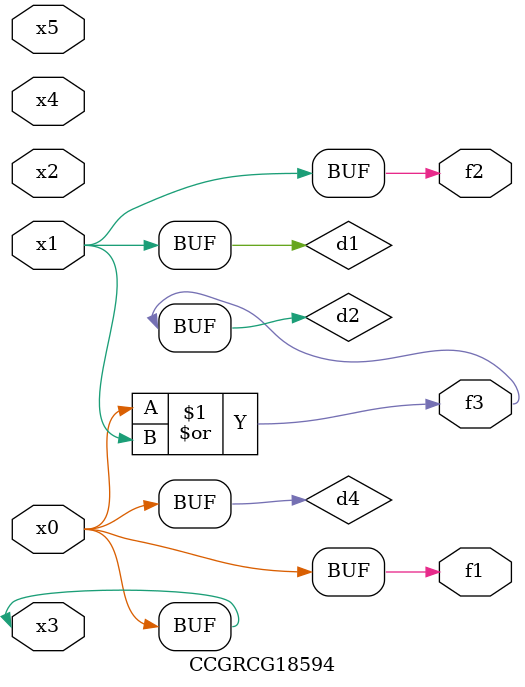
<source format=v>
module CCGRCG18594(
	input x0, x1, x2, x3, x4, x5,
	output f1, f2, f3
);

	wire d1, d2, d3, d4;

	and (d1, x1);
	or (d2, x0, x1);
	nand (d3, x0, x5);
	buf (d4, x0, x3);
	assign f1 = d4;
	assign f2 = d1;
	assign f3 = d2;
endmodule

</source>
